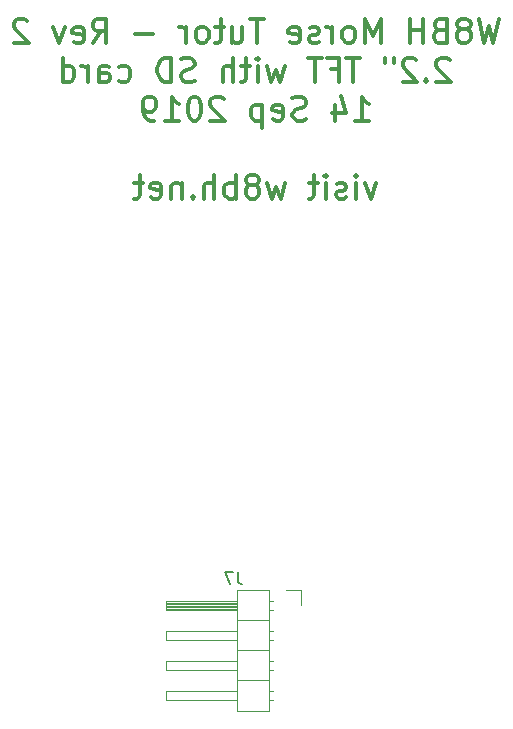
<source format=gbr>
G04 #@! TF.GenerationSoftware,KiCad,Pcbnew,(5.1.4)-1*
G04 #@! TF.CreationDate,2019-09-15T13:59:41-04:00*
G04 #@! TF.ProjectId,MorseTutor1,4d6f7273-6554-4757-946f-72312e6b6963,rev?*
G04 #@! TF.SameCoordinates,Original*
G04 #@! TF.FileFunction,Legend,Bot*
G04 #@! TF.FilePolarity,Positive*
%FSLAX46Y46*%
G04 Gerber Fmt 4.6, Leading zero omitted, Abs format (unit mm)*
G04 Created by KiCad (PCBNEW (5.1.4)-1) date 2019-09-15 13:59:41*
%MOMM*%
%LPD*%
G04 APERTURE LIST*
%ADD10C,0.300000*%
%ADD11C,0.120000*%
%ADD12C,0.150000*%
G04 APERTURE END LIST*
D10*
X126071428Y-36804761D02*
X125595238Y-38804761D01*
X125214285Y-37376190D01*
X124833333Y-38804761D01*
X124357142Y-36804761D01*
X123309523Y-37661904D02*
X123500000Y-37566666D01*
X123595238Y-37471428D01*
X123690476Y-37280952D01*
X123690476Y-37185714D01*
X123595238Y-36995238D01*
X123500000Y-36900000D01*
X123309523Y-36804761D01*
X122928571Y-36804761D01*
X122738095Y-36900000D01*
X122642857Y-36995238D01*
X122547619Y-37185714D01*
X122547619Y-37280952D01*
X122642857Y-37471428D01*
X122738095Y-37566666D01*
X122928571Y-37661904D01*
X123309523Y-37661904D01*
X123500000Y-37757142D01*
X123595238Y-37852380D01*
X123690476Y-38042857D01*
X123690476Y-38423809D01*
X123595238Y-38614285D01*
X123500000Y-38709523D01*
X123309523Y-38804761D01*
X122928571Y-38804761D01*
X122738095Y-38709523D01*
X122642857Y-38614285D01*
X122547619Y-38423809D01*
X122547619Y-38042857D01*
X122642857Y-37852380D01*
X122738095Y-37757142D01*
X122928571Y-37661904D01*
X121023809Y-37757142D02*
X120738095Y-37852380D01*
X120642857Y-37947619D01*
X120547619Y-38138095D01*
X120547619Y-38423809D01*
X120642857Y-38614285D01*
X120738095Y-38709523D01*
X120928571Y-38804761D01*
X121690476Y-38804761D01*
X121690476Y-36804761D01*
X121023809Y-36804761D01*
X120833333Y-36900000D01*
X120738095Y-36995238D01*
X120642857Y-37185714D01*
X120642857Y-37376190D01*
X120738095Y-37566666D01*
X120833333Y-37661904D01*
X121023809Y-37757142D01*
X121690476Y-37757142D01*
X119690476Y-38804761D02*
X119690476Y-36804761D01*
X119690476Y-37757142D02*
X118547619Y-37757142D01*
X118547619Y-38804761D02*
X118547619Y-36804761D01*
X116071428Y-38804761D02*
X116071428Y-36804761D01*
X115404761Y-38233333D01*
X114738095Y-36804761D01*
X114738095Y-38804761D01*
X113500000Y-38804761D02*
X113690476Y-38709523D01*
X113785714Y-38614285D01*
X113880952Y-38423809D01*
X113880952Y-37852380D01*
X113785714Y-37661904D01*
X113690476Y-37566666D01*
X113500000Y-37471428D01*
X113214285Y-37471428D01*
X113023809Y-37566666D01*
X112928571Y-37661904D01*
X112833333Y-37852380D01*
X112833333Y-38423809D01*
X112928571Y-38614285D01*
X113023809Y-38709523D01*
X113214285Y-38804761D01*
X113500000Y-38804761D01*
X111976190Y-38804761D02*
X111976190Y-37471428D01*
X111976190Y-37852380D02*
X111880952Y-37661904D01*
X111785714Y-37566666D01*
X111595238Y-37471428D01*
X111404761Y-37471428D01*
X110833333Y-38709523D02*
X110642857Y-38804761D01*
X110261904Y-38804761D01*
X110071428Y-38709523D01*
X109976190Y-38519047D01*
X109976190Y-38423809D01*
X110071428Y-38233333D01*
X110261904Y-38138095D01*
X110547619Y-38138095D01*
X110738095Y-38042857D01*
X110833333Y-37852380D01*
X110833333Y-37757142D01*
X110738095Y-37566666D01*
X110547619Y-37471428D01*
X110261904Y-37471428D01*
X110071428Y-37566666D01*
X108357142Y-38709523D02*
X108547619Y-38804761D01*
X108928571Y-38804761D01*
X109119047Y-38709523D01*
X109214285Y-38519047D01*
X109214285Y-37757142D01*
X109119047Y-37566666D01*
X108928571Y-37471428D01*
X108547619Y-37471428D01*
X108357142Y-37566666D01*
X108261904Y-37757142D01*
X108261904Y-37947619D01*
X109214285Y-38138095D01*
X106166666Y-36804761D02*
X105023809Y-36804761D01*
X105595238Y-38804761D02*
X105595238Y-36804761D01*
X103500000Y-37471428D02*
X103500000Y-38804761D01*
X104357142Y-37471428D02*
X104357142Y-38519047D01*
X104261904Y-38709523D01*
X104071428Y-38804761D01*
X103785714Y-38804761D01*
X103595238Y-38709523D01*
X103500000Y-38614285D01*
X102833333Y-37471428D02*
X102071428Y-37471428D01*
X102547619Y-36804761D02*
X102547619Y-38519047D01*
X102452380Y-38709523D01*
X102261904Y-38804761D01*
X102071428Y-38804761D01*
X101119047Y-38804761D02*
X101309523Y-38709523D01*
X101404761Y-38614285D01*
X101500000Y-38423809D01*
X101500000Y-37852380D01*
X101404761Y-37661904D01*
X101309523Y-37566666D01*
X101119047Y-37471428D01*
X100833333Y-37471428D01*
X100642857Y-37566666D01*
X100547619Y-37661904D01*
X100452380Y-37852380D01*
X100452380Y-38423809D01*
X100547619Y-38614285D01*
X100642857Y-38709523D01*
X100833333Y-38804761D01*
X101119047Y-38804761D01*
X99595238Y-38804761D02*
X99595238Y-37471428D01*
X99595238Y-37852380D02*
X99500000Y-37661904D01*
X99404761Y-37566666D01*
X99214285Y-37471428D01*
X99023809Y-37471428D01*
X96833333Y-38042857D02*
X95309523Y-38042857D01*
X91690476Y-38804761D02*
X92357142Y-37852380D01*
X92833333Y-38804761D02*
X92833333Y-36804761D01*
X92071428Y-36804761D01*
X91880952Y-36900000D01*
X91785714Y-36995238D01*
X91690476Y-37185714D01*
X91690476Y-37471428D01*
X91785714Y-37661904D01*
X91880952Y-37757142D01*
X92071428Y-37852380D01*
X92833333Y-37852380D01*
X90071428Y-38709523D02*
X90261904Y-38804761D01*
X90642857Y-38804761D01*
X90833333Y-38709523D01*
X90928571Y-38519047D01*
X90928571Y-37757142D01*
X90833333Y-37566666D01*
X90642857Y-37471428D01*
X90261904Y-37471428D01*
X90071428Y-37566666D01*
X89976190Y-37757142D01*
X89976190Y-37947619D01*
X90928571Y-38138095D01*
X89309523Y-37471428D02*
X88833333Y-38804761D01*
X88357142Y-37471428D01*
X86166666Y-36995238D02*
X86071428Y-36900000D01*
X85880952Y-36804761D01*
X85404761Y-36804761D01*
X85214285Y-36900000D01*
X85119047Y-36995238D01*
X85023809Y-37185714D01*
X85023809Y-37376190D01*
X85119047Y-37661904D01*
X86261904Y-38804761D01*
X85023809Y-38804761D01*
X121928571Y-40295238D02*
X121833333Y-40200000D01*
X121642857Y-40104761D01*
X121166666Y-40104761D01*
X120976190Y-40200000D01*
X120880952Y-40295238D01*
X120785714Y-40485714D01*
X120785714Y-40676190D01*
X120880952Y-40961904D01*
X122023809Y-42104761D01*
X120785714Y-42104761D01*
X119928571Y-41914285D02*
X119833333Y-42009523D01*
X119928571Y-42104761D01*
X120023809Y-42009523D01*
X119928571Y-41914285D01*
X119928571Y-42104761D01*
X119071428Y-40295238D02*
X118976190Y-40200000D01*
X118785714Y-40104761D01*
X118309523Y-40104761D01*
X118119047Y-40200000D01*
X118023809Y-40295238D01*
X117928571Y-40485714D01*
X117928571Y-40676190D01*
X118023809Y-40961904D01*
X119166666Y-42104761D01*
X117928571Y-42104761D01*
X117166666Y-40104761D02*
X117166666Y-40485714D01*
X116404761Y-40104761D02*
X116404761Y-40485714D01*
X114309523Y-40104761D02*
X113166666Y-40104761D01*
X113738095Y-42104761D02*
X113738095Y-40104761D01*
X111833333Y-41057142D02*
X112500000Y-41057142D01*
X112500000Y-42104761D02*
X112500000Y-40104761D01*
X111547619Y-40104761D01*
X111071428Y-40104761D02*
X109928571Y-40104761D01*
X110500000Y-42104761D02*
X110500000Y-40104761D01*
X107928571Y-40771428D02*
X107547619Y-42104761D01*
X107166666Y-41152380D01*
X106785714Y-42104761D01*
X106404761Y-40771428D01*
X105642857Y-42104761D02*
X105642857Y-40771428D01*
X105642857Y-40104761D02*
X105738095Y-40200000D01*
X105642857Y-40295238D01*
X105547619Y-40200000D01*
X105642857Y-40104761D01*
X105642857Y-40295238D01*
X104976190Y-40771428D02*
X104214285Y-40771428D01*
X104690476Y-40104761D02*
X104690476Y-41819047D01*
X104595238Y-42009523D01*
X104404761Y-42104761D01*
X104214285Y-42104761D01*
X103547619Y-42104761D02*
X103547619Y-40104761D01*
X102690476Y-42104761D02*
X102690476Y-41057142D01*
X102785714Y-40866666D01*
X102976190Y-40771428D01*
X103261904Y-40771428D01*
X103452380Y-40866666D01*
X103547619Y-40961904D01*
X100309523Y-42009523D02*
X100023809Y-42104761D01*
X99547619Y-42104761D01*
X99357142Y-42009523D01*
X99261904Y-41914285D01*
X99166666Y-41723809D01*
X99166666Y-41533333D01*
X99261904Y-41342857D01*
X99357142Y-41247619D01*
X99547619Y-41152380D01*
X99928571Y-41057142D01*
X100119047Y-40961904D01*
X100214285Y-40866666D01*
X100309523Y-40676190D01*
X100309523Y-40485714D01*
X100214285Y-40295238D01*
X100119047Y-40200000D01*
X99928571Y-40104761D01*
X99452380Y-40104761D01*
X99166666Y-40200000D01*
X98309523Y-42104761D02*
X98309523Y-40104761D01*
X97833333Y-40104761D01*
X97547619Y-40200000D01*
X97357142Y-40390476D01*
X97261904Y-40580952D01*
X97166666Y-40961904D01*
X97166666Y-41247619D01*
X97261904Y-41628571D01*
X97357142Y-41819047D01*
X97547619Y-42009523D01*
X97833333Y-42104761D01*
X98309523Y-42104761D01*
X93928571Y-42009523D02*
X94119047Y-42104761D01*
X94500000Y-42104761D01*
X94690476Y-42009523D01*
X94785714Y-41914285D01*
X94880952Y-41723809D01*
X94880952Y-41152380D01*
X94785714Y-40961904D01*
X94690476Y-40866666D01*
X94500000Y-40771428D01*
X94119047Y-40771428D01*
X93928571Y-40866666D01*
X92214285Y-42104761D02*
X92214285Y-41057142D01*
X92309523Y-40866666D01*
X92500000Y-40771428D01*
X92880952Y-40771428D01*
X93071428Y-40866666D01*
X92214285Y-42009523D02*
X92404761Y-42104761D01*
X92880952Y-42104761D01*
X93071428Y-42009523D01*
X93166666Y-41819047D01*
X93166666Y-41628571D01*
X93071428Y-41438095D01*
X92880952Y-41342857D01*
X92404761Y-41342857D01*
X92214285Y-41247619D01*
X91261904Y-42104761D02*
X91261904Y-40771428D01*
X91261904Y-41152380D02*
X91166666Y-40961904D01*
X91071428Y-40866666D01*
X90880952Y-40771428D01*
X90690476Y-40771428D01*
X89166666Y-42104761D02*
X89166666Y-40104761D01*
X89166666Y-42009523D02*
X89357142Y-42104761D01*
X89738095Y-42104761D01*
X89928571Y-42009523D01*
X90023809Y-41914285D01*
X90119047Y-41723809D01*
X90119047Y-41152380D01*
X90023809Y-40961904D01*
X89928571Y-40866666D01*
X89738095Y-40771428D01*
X89357142Y-40771428D01*
X89166666Y-40866666D01*
X113928571Y-45404761D02*
X115071428Y-45404761D01*
X114500000Y-45404761D02*
X114500000Y-43404761D01*
X114690476Y-43690476D01*
X114880952Y-43880952D01*
X115071428Y-43976190D01*
X112214285Y-44071428D02*
X112214285Y-45404761D01*
X112690476Y-43309523D02*
X113166666Y-44738095D01*
X111928571Y-44738095D01*
X109738095Y-45309523D02*
X109452380Y-45404761D01*
X108976190Y-45404761D01*
X108785714Y-45309523D01*
X108690476Y-45214285D01*
X108595238Y-45023809D01*
X108595238Y-44833333D01*
X108690476Y-44642857D01*
X108785714Y-44547619D01*
X108976190Y-44452380D01*
X109357142Y-44357142D01*
X109547619Y-44261904D01*
X109642857Y-44166666D01*
X109738095Y-43976190D01*
X109738095Y-43785714D01*
X109642857Y-43595238D01*
X109547619Y-43500000D01*
X109357142Y-43404761D01*
X108880952Y-43404761D01*
X108595238Y-43500000D01*
X106976190Y-45309523D02*
X107166666Y-45404761D01*
X107547619Y-45404761D01*
X107738095Y-45309523D01*
X107833333Y-45119047D01*
X107833333Y-44357142D01*
X107738095Y-44166666D01*
X107547619Y-44071428D01*
X107166666Y-44071428D01*
X106976190Y-44166666D01*
X106880952Y-44357142D01*
X106880952Y-44547619D01*
X107833333Y-44738095D01*
X106023809Y-44071428D02*
X106023809Y-46071428D01*
X106023809Y-44166666D02*
X105833333Y-44071428D01*
X105452380Y-44071428D01*
X105261904Y-44166666D01*
X105166666Y-44261904D01*
X105071428Y-44452380D01*
X105071428Y-45023809D01*
X105166666Y-45214285D01*
X105261904Y-45309523D01*
X105452380Y-45404761D01*
X105833333Y-45404761D01*
X106023809Y-45309523D01*
X102785714Y-43595238D02*
X102690476Y-43500000D01*
X102500000Y-43404761D01*
X102023809Y-43404761D01*
X101833333Y-43500000D01*
X101738095Y-43595238D01*
X101642857Y-43785714D01*
X101642857Y-43976190D01*
X101738095Y-44261904D01*
X102880952Y-45404761D01*
X101642857Y-45404761D01*
X100404761Y-43404761D02*
X100214285Y-43404761D01*
X100023809Y-43500000D01*
X99928571Y-43595238D01*
X99833333Y-43785714D01*
X99738095Y-44166666D01*
X99738095Y-44642857D01*
X99833333Y-45023809D01*
X99928571Y-45214285D01*
X100023809Y-45309523D01*
X100214285Y-45404761D01*
X100404761Y-45404761D01*
X100595238Y-45309523D01*
X100690476Y-45214285D01*
X100785714Y-45023809D01*
X100880952Y-44642857D01*
X100880952Y-44166666D01*
X100785714Y-43785714D01*
X100690476Y-43595238D01*
X100595238Y-43500000D01*
X100404761Y-43404761D01*
X97833333Y-45404761D02*
X98976190Y-45404761D01*
X98404761Y-45404761D02*
X98404761Y-43404761D01*
X98595238Y-43690476D01*
X98785714Y-43880952D01*
X98976190Y-43976190D01*
X96880952Y-45404761D02*
X96500000Y-45404761D01*
X96309523Y-45309523D01*
X96214285Y-45214285D01*
X96023809Y-44928571D01*
X95928571Y-44547619D01*
X95928571Y-43785714D01*
X96023809Y-43595238D01*
X96119047Y-43500000D01*
X96309523Y-43404761D01*
X96690476Y-43404761D01*
X96880952Y-43500000D01*
X96976190Y-43595238D01*
X97071428Y-43785714D01*
X97071428Y-44261904D01*
X96976190Y-44452380D01*
X96880952Y-44547619D01*
X96690476Y-44642857D01*
X96309523Y-44642857D01*
X96119047Y-44547619D01*
X96023809Y-44452380D01*
X95928571Y-44261904D01*
X115690476Y-50671428D02*
X115214285Y-52004761D01*
X114738095Y-50671428D01*
X113976190Y-52004761D02*
X113976190Y-50671428D01*
X113976190Y-50004761D02*
X114071428Y-50100000D01*
X113976190Y-50195238D01*
X113880952Y-50100000D01*
X113976190Y-50004761D01*
X113976190Y-50195238D01*
X113119047Y-51909523D02*
X112928571Y-52004761D01*
X112547619Y-52004761D01*
X112357142Y-51909523D01*
X112261904Y-51719047D01*
X112261904Y-51623809D01*
X112357142Y-51433333D01*
X112547619Y-51338095D01*
X112833333Y-51338095D01*
X113023809Y-51242857D01*
X113119047Y-51052380D01*
X113119047Y-50957142D01*
X113023809Y-50766666D01*
X112833333Y-50671428D01*
X112547619Y-50671428D01*
X112357142Y-50766666D01*
X111404761Y-52004761D02*
X111404761Y-50671428D01*
X111404761Y-50004761D02*
X111500000Y-50100000D01*
X111404761Y-50195238D01*
X111309523Y-50100000D01*
X111404761Y-50004761D01*
X111404761Y-50195238D01*
X110738095Y-50671428D02*
X109976190Y-50671428D01*
X110452380Y-50004761D02*
X110452380Y-51719047D01*
X110357142Y-51909523D01*
X110166666Y-52004761D01*
X109976190Y-52004761D01*
X107976190Y-50671428D02*
X107595238Y-52004761D01*
X107214285Y-51052380D01*
X106833333Y-52004761D01*
X106452380Y-50671428D01*
X105404761Y-50861904D02*
X105595238Y-50766666D01*
X105690476Y-50671428D01*
X105785714Y-50480952D01*
X105785714Y-50385714D01*
X105690476Y-50195238D01*
X105595238Y-50100000D01*
X105404761Y-50004761D01*
X105023809Y-50004761D01*
X104833333Y-50100000D01*
X104738095Y-50195238D01*
X104642857Y-50385714D01*
X104642857Y-50480952D01*
X104738095Y-50671428D01*
X104833333Y-50766666D01*
X105023809Y-50861904D01*
X105404761Y-50861904D01*
X105595238Y-50957142D01*
X105690476Y-51052380D01*
X105785714Y-51242857D01*
X105785714Y-51623809D01*
X105690476Y-51814285D01*
X105595238Y-51909523D01*
X105404761Y-52004761D01*
X105023809Y-52004761D01*
X104833333Y-51909523D01*
X104738095Y-51814285D01*
X104642857Y-51623809D01*
X104642857Y-51242857D01*
X104738095Y-51052380D01*
X104833333Y-50957142D01*
X105023809Y-50861904D01*
X103785714Y-52004761D02*
X103785714Y-50004761D01*
X103785714Y-50766666D02*
X103595238Y-50671428D01*
X103214285Y-50671428D01*
X103023809Y-50766666D01*
X102928571Y-50861904D01*
X102833333Y-51052380D01*
X102833333Y-51623809D01*
X102928571Y-51814285D01*
X103023809Y-51909523D01*
X103214285Y-52004761D01*
X103595238Y-52004761D01*
X103785714Y-51909523D01*
X101976190Y-52004761D02*
X101976190Y-50004761D01*
X101119047Y-52004761D02*
X101119047Y-50957142D01*
X101214285Y-50766666D01*
X101404761Y-50671428D01*
X101690476Y-50671428D01*
X101880952Y-50766666D01*
X101976190Y-50861904D01*
X100166666Y-51814285D02*
X100071428Y-51909523D01*
X100166666Y-52004761D01*
X100261904Y-51909523D01*
X100166666Y-51814285D01*
X100166666Y-52004761D01*
X99214285Y-50671428D02*
X99214285Y-52004761D01*
X99214285Y-50861904D02*
X99119047Y-50766666D01*
X98928571Y-50671428D01*
X98642857Y-50671428D01*
X98452380Y-50766666D01*
X98357142Y-50957142D01*
X98357142Y-52004761D01*
X96642857Y-51909523D02*
X96833333Y-52004761D01*
X97214285Y-52004761D01*
X97404761Y-51909523D01*
X97500000Y-51719047D01*
X97500000Y-50957142D01*
X97404761Y-50766666D01*
X97214285Y-50671428D01*
X96833333Y-50671428D01*
X96642857Y-50766666D01*
X96547619Y-50957142D01*
X96547619Y-51147619D01*
X97500000Y-51338095D01*
X95976190Y-50671428D02*
X95214285Y-50671428D01*
X95690476Y-50004761D02*
X95690476Y-51719047D01*
X95595238Y-51909523D01*
X95404761Y-52004761D01*
X95214285Y-52004761D01*
D11*
X109295000Y-85165000D02*
X108025000Y-85165000D01*
X109295000Y-86435000D02*
X109295000Y-85165000D01*
X106982071Y-94435000D02*
X106585000Y-94435000D01*
X106982071Y-93675000D02*
X106585000Y-93675000D01*
X97925000Y-94435000D02*
X103925000Y-94435000D01*
X97925000Y-93675000D02*
X97925000Y-94435000D01*
X103925000Y-93675000D02*
X97925000Y-93675000D01*
X106585000Y-92785000D02*
X103925000Y-92785000D01*
X106982071Y-91895000D02*
X106585000Y-91895000D01*
X106982071Y-91135000D02*
X106585000Y-91135000D01*
X97925000Y-91895000D02*
X103925000Y-91895000D01*
X97925000Y-91135000D02*
X97925000Y-91895000D01*
X103925000Y-91135000D02*
X97925000Y-91135000D01*
X106585000Y-90245000D02*
X103925000Y-90245000D01*
X106982071Y-89355000D02*
X106585000Y-89355000D01*
X106982071Y-88595000D02*
X106585000Y-88595000D01*
X97925000Y-89355000D02*
X103925000Y-89355000D01*
X97925000Y-88595000D02*
X97925000Y-89355000D01*
X103925000Y-88595000D02*
X97925000Y-88595000D01*
X106585000Y-87705000D02*
X103925000Y-87705000D01*
X106915000Y-86815000D02*
X106585000Y-86815000D01*
X106915000Y-86055000D02*
X106585000Y-86055000D01*
X103925000Y-86715000D02*
X97925000Y-86715000D01*
X103925000Y-86595000D02*
X97925000Y-86595000D01*
X103925000Y-86475000D02*
X97925000Y-86475000D01*
X103925000Y-86355000D02*
X97925000Y-86355000D01*
X103925000Y-86235000D02*
X97925000Y-86235000D01*
X103925000Y-86115000D02*
X97925000Y-86115000D01*
X97925000Y-86815000D02*
X103925000Y-86815000D01*
X97925000Y-86055000D02*
X97925000Y-86815000D01*
X103925000Y-86055000D02*
X97925000Y-86055000D01*
X103925000Y-85105000D02*
X106585000Y-85105000D01*
X103925000Y-95385000D02*
X103925000Y-85105000D01*
X106585000Y-95385000D02*
X103925000Y-95385000D01*
X106585000Y-85105000D02*
X106585000Y-95385000D01*
D12*
X103973333Y-83617380D02*
X103973333Y-84331666D01*
X104020952Y-84474523D01*
X104116190Y-84569761D01*
X104259047Y-84617380D01*
X104354285Y-84617380D01*
X103592380Y-83617380D02*
X102925714Y-83617380D01*
X103354285Y-84617380D01*
M02*

</source>
